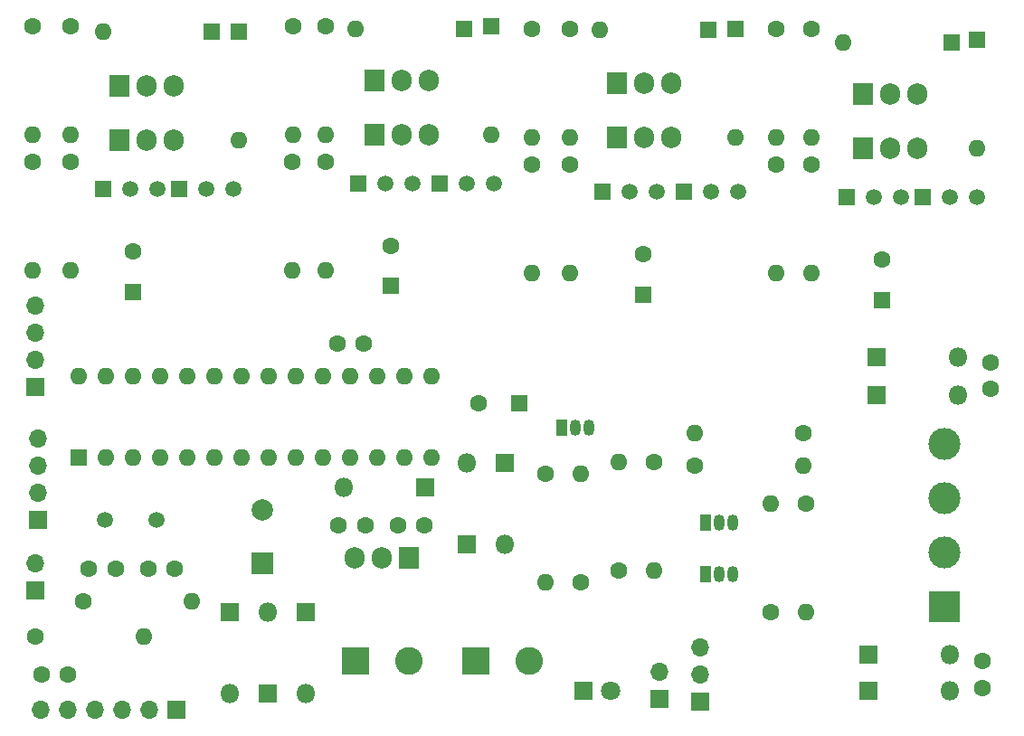
<source format=gbr>
%TF.GenerationSoftware,KiCad,Pcbnew,7.0.6*%
%TF.CreationDate,2024-08-14T17:38:19+03:00*%
%TF.ProjectId,atmegaStepperDriver,61746d65-6761-4537-9465-707065724472,V0.8.4*%
%TF.SameCoordinates,Original*%
%TF.FileFunction,Soldermask,Bot*%
%TF.FilePolarity,Negative*%
%FSLAX46Y46*%
G04 Gerber Fmt 4.6, Leading zero omitted, Abs format (unit mm)*
G04 Created by KiCad (PCBNEW 7.0.6) date 2024-08-14 17:38:19*
%MOMM*%
%LPD*%
G01*
G04 APERTURE LIST*
%ADD10R,1.050000X1.500000*%
%ADD11O,1.050000X1.500000*%
%ADD12R,1.600000X1.600000*%
%ADD13C,1.600000*%
%ADD14O,1.600000X1.600000*%
%ADD15C,1.500000*%
%ADD16R,1.905000X2.000000*%
%ADD17O,1.905000X2.000000*%
%ADD18R,1.700000X1.700000*%
%ADD19O,1.700000X1.700000*%
%ADD20R,1.500000X1.500000*%
%ADD21R,1.800000X1.800000*%
%ADD22O,1.800000X1.800000*%
%ADD23R,2.600000X2.600000*%
%ADD24C,2.600000*%
%ADD25R,3.000000X3.000000*%
%ADD26C,3.000000*%
%ADD27C,1.800000*%
%ADD28R,2.000000X2.000000*%
%ADD29C,2.000000*%
G04 APERTURE END LIST*
D10*
%TO.C,Q15*%
X119888000Y-146558000D03*
D11*
X121158000Y-146558000D03*
X122428000Y-146558000D03*
%TD*%
D12*
%TO.C,C1*%
X102386651Y-135382000D03*
D13*
X98586651Y-135382000D03*
%TD*%
D12*
%TO.C,D19*%
X142875000Y-101600000D03*
D14*
X132715000Y-101600000D03*
%TD*%
D12*
%TO.C,D18*%
X120142000Y-100457000D03*
D14*
X109982000Y-100457000D03*
%TD*%
D12*
%TO.C,D17*%
X97282000Y-100330000D03*
D14*
X87122000Y-100330000D03*
%TD*%
%TO.C,D16*%
X63500000Y-100584000D03*
D12*
X73660000Y-100584000D03*
%TD*%
D14*
%TO.C,D15*%
X145288000Y-111506000D03*
D12*
X145288000Y-101346000D03*
%TD*%
D14*
%TO.C,D10*%
X122682000Y-110490000D03*
D12*
X122682000Y-100330000D03*
%TD*%
D14*
%TO.C,D9*%
X99822000Y-110236000D03*
D12*
X99822000Y-100076000D03*
%TD*%
D14*
%TO.C,D8*%
X76200000Y-110744000D03*
D12*
X76200000Y-100584000D03*
%TD*%
D15*
%TO.C,Y1*%
X68490000Y-146304000D03*
X63610000Y-146304000D03*
%TD*%
D16*
%TO.C,U2*%
X92058000Y-149860000D03*
D17*
X89518000Y-149860000D03*
X86978000Y-149860000D03*
%TD*%
D14*
%TO.C,U1*%
X61214000Y-132842000D03*
X63754000Y-132842000D03*
X66294000Y-132842000D03*
X68834000Y-132842000D03*
X71374000Y-132842000D03*
X73914000Y-132842000D03*
X76454000Y-132842000D03*
X78994000Y-132842000D03*
X81534000Y-132842000D03*
X84074000Y-132842000D03*
X86614000Y-132842000D03*
X89154000Y-132842000D03*
X91694000Y-132842000D03*
X94234000Y-132842000D03*
X94234000Y-140462000D03*
X91694000Y-140462000D03*
X89154000Y-140462000D03*
X86614000Y-140462000D03*
X84074000Y-140462000D03*
X81534000Y-140462000D03*
X78994000Y-140462000D03*
X76454000Y-140462000D03*
X73914000Y-140462000D03*
X71374000Y-140462000D03*
X68834000Y-140462000D03*
X66294000Y-140462000D03*
X63754000Y-140462000D03*
D12*
X61214000Y-140462000D03*
%TD*%
D18*
%TO.C,TermoSocket1*%
X119380000Y-163322000D03*
D19*
X119380000Y-160782000D03*
X119380000Y-158242000D03*
%TD*%
D13*
%TO.C,R25*%
X129286000Y-144780000D03*
D14*
X129286000Y-154940000D03*
%TD*%
%TO.C,R24*%
X56896000Y-110236000D03*
D13*
X56896000Y-100076000D03*
%TD*%
D14*
%TO.C,R23*%
X56896000Y-122936000D03*
D13*
X56896000Y-112776000D03*
%TD*%
D14*
%TO.C,R22*%
X60452000Y-122936000D03*
D13*
X60452000Y-112776000D03*
%TD*%
D14*
%TO.C,R21*%
X60452000Y-110236000D03*
D13*
X60452000Y-100076000D03*
%TD*%
%TO.C,R20*%
X108204000Y-152146000D03*
D14*
X108204000Y-141986000D03*
%TD*%
D13*
%TO.C,R19*%
X104902000Y-141986000D03*
D14*
X104902000Y-152146000D03*
%TD*%
D13*
%TO.C,R18*%
X125984000Y-154940000D03*
D14*
X125984000Y-144780000D03*
%TD*%
D13*
%TO.C,R17*%
X129032000Y-138176000D03*
D14*
X118872000Y-138176000D03*
%TD*%
D13*
%TO.C,R16*%
X118872000Y-141224000D03*
D14*
X129032000Y-141224000D03*
%TD*%
D13*
%TO.C,R14*%
X126492000Y-100330000D03*
D14*
X126492000Y-110490000D03*
%TD*%
D13*
%TO.C,R13*%
X126492000Y-113030000D03*
D14*
X126492000Y-123190000D03*
%TD*%
D13*
%TO.C,R12*%
X129794000Y-113030000D03*
D14*
X129794000Y-123190000D03*
%TD*%
%TO.C,R11*%
X129794000Y-110490000D03*
D13*
X129794000Y-100330000D03*
%TD*%
%TO.C,R10*%
X103632000Y-100330000D03*
D14*
X103632000Y-110490000D03*
%TD*%
D13*
%TO.C,R9*%
X103632000Y-113030000D03*
D14*
X103632000Y-123190000D03*
%TD*%
D13*
%TO.C,R8*%
X107188000Y-113030000D03*
D14*
X107188000Y-123190000D03*
%TD*%
D13*
%TO.C,R7*%
X107188000Y-100330000D03*
D14*
X107188000Y-110490000D03*
%TD*%
D13*
%TO.C,R6*%
X81280000Y-100076000D03*
D14*
X81280000Y-110236000D03*
%TD*%
D13*
%TO.C,R5*%
X81127600Y-112776000D03*
D14*
X81127600Y-122936000D03*
%TD*%
D13*
%TO.C,R4*%
X84328000Y-112776000D03*
D14*
X84328000Y-122936000D03*
%TD*%
%TO.C,R3*%
X84328000Y-110236000D03*
D13*
X84328000Y-100076000D03*
%TD*%
%TO.C,R2*%
X57150000Y-157226000D03*
D14*
X67310000Y-157226000D03*
%TD*%
D13*
%TO.C,R1*%
X61578000Y-153924000D03*
D14*
X71738000Y-153924000D03*
%TD*%
D17*
%TO.C,Q21*%
X70104000Y-110744000D03*
X67564000Y-110744000D03*
D16*
X65024000Y-110744000D03*
%TD*%
D15*
%TO.C,Q20*%
X68580000Y-115316000D03*
X66040000Y-115316000D03*
D20*
X63500000Y-115316000D03*
%TD*%
%TO.C,Q19*%
X70612000Y-115316000D03*
D15*
X73152000Y-115316000D03*
X75692000Y-115316000D03*
%TD*%
D17*
%TO.C,Q18*%
X70104000Y-105664000D03*
X67564000Y-105664000D03*
D16*
X65024000Y-105664000D03*
%TD*%
D11*
%TO.C,Q17*%
X108966000Y-137668000D03*
X107696000Y-137668000D03*
D10*
X106426000Y-137668000D03*
%TD*%
D11*
%TO.C,Q13*%
X122428000Y-151384000D03*
X121158000Y-151384000D03*
D10*
X119888000Y-151384000D03*
%TD*%
D16*
%TO.C,Q12*%
X134620000Y-111506000D03*
D17*
X137160000Y-111506000D03*
X139700000Y-111506000D03*
%TD*%
D20*
%TO.C,Q11*%
X133096000Y-116078000D03*
D15*
X135636000Y-116078000D03*
X138176000Y-116078000D03*
%TD*%
D20*
%TO.C,Q10*%
X140208000Y-116078000D03*
D15*
X142748000Y-116078000D03*
X145288000Y-116078000D03*
%TD*%
D16*
%TO.C,Q9*%
X134620000Y-106482000D03*
D17*
X137160000Y-106482000D03*
X139700000Y-106482000D03*
%TD*%
D16*
%TO.C,Q8*%
X111576000Y-110490000D03*
D17*
X114116000Y-110490000D03*
X116656000Y-110490000D03*
%TD*%
D20*
%TO.C,Q7*%
X110236000Y-115570000D03*
D15*
X112776000Y-115570000D03*
X115316000Y-115570000D03*
%TD*%
D20*
%TO.C,Q6*%
X117856000Y-115570000D03*
D15*
X120396000Y-115570000D03*
X122936000Y-115570000D03*
%TD*%
D17*
%TO.C,Q5*%
X116656000Y-105410000D03*
X114116000Y-105410000D03*
D16*
X111576000Y-105410000D03*
%TD*%
%TO.C,Q4*%
X88900000Y-110236000D03*
D17*
X91440000Y-110236000D03*
X93980000Y-110236000D03*
%TD*%
D20*
%TO.C,Q3*%
X87376000Y-114808000D03*
D15*
X89916000Y-114808000D03*
X92456000Y-114808000D03*
%TD*%
%TO.C,Q2*%
X100076000Y-114808000D03*
X97536000Y-114808000D03*
D20*
X94996000Y-114808000D03*
%TD*%
D16*
%TO.C,Q1*%
X88900000Y-105156000D03*
D17*
X91440000Y-105156000D03*
X93980000Y-105156000D03*
%TD*%
D21*
%TO.C,m_D1*%
X75294000Y-154940000D03*
D22*
X75294000Y-162560000D03*
%TD*%
D18*
%TO.C,J9*%
X57404000Y-146304000D03*
D19*
X57404000Y-143764000D03*
X57404000Y-141224000D03*
X57404000Y-138684000D03*
%TD*%
D18*
%TO.C,J8*%
X70358000Y-164084000D03*
D19*
X67818000Y-164084000D03*
X65278000Y-164084000D03*
X62738000Y-164084000D03*
X60198000Y-164084000D03*
X57658000Y-164084000D03*
%TD*%
D18*
%TO.C,J6*%
X57150000Y-133858000D03*
D19*
X57150000Y-131318000D03*
X57150000Y-128778000D03*
X57150000Y-126238000D03*
%TD*%
D18*
%TO.C,J5*%
X57150000Y-152908000D03*
D19*
X57150000Y-150368000D03*
%TD*%
D18*
%TO.C,FanSocket1*%
X115570000Y-163068000D03*
D19*
X115570000Y-160528000D03*
%TD*%
D23*
%TO.C,J3*%
X98378000Y-159512000D03*
D24*
X103378000Y-159512000D03*
%TD*%
D25*
%TO.C,J2*%
X142240000Y-154432000D03*
D26*
X142240000Y-149352000D03*
X142240000Y-144272000D03*
X142240000Y-139192000D03*
%TD*%
D24*
%TO.C,J1*%
X92122000Y-159512000D03*
D23*
X87122000Y-159512000D03*
%TD*%
D14*
%TO.C,GND_R1*%
X111760000Y-140919000D03*
D13*
X111760000Y-151079000D03*
%TD*%
D21*
%TO.C,D14*%
X135890000Y-131064000D03*
D22*
X143510000Y-131064000D03*
%TD*%
D21*
%TO.C,D13*%
X135890000Y-134620000D03*
D22*
X143510000Y-134620000D03*
%TD*%
%TO.C,D12*%
X142748000Y-158936000D03*
D21*
X135128000Y-158936000D03*
%TD*%
D22*
%TO.C,D11*%
X142748000Y-162306000D03*
D21*
X135128000Y-162306000D03*
%TD*%
%TO.C,D7*%
X108453000Y-162306000D03*
D27*
X110993000Y-162306000D03*
%TD*%
D21*
%TO.C,D5*%
X82406000Y-154940000D03*
D22*
X82406000Y-162560000D03*
%TD*%
D21*
%TO.C,D4*%
X78850000Y-162560000D03*
D22*
X78850000Y-154940000D03*
%TD*%
D21*
%TO.C,D3*%
X101092000Y-140970000D03*
D22*
X101092000Y-148590000D03*
%TD*%
D21*
%TO.C,D2*%
X97536000Y-148590000D03*
D22*
X97536000Y-140970000D03*
%TD*%
D21*
%TO.C,D1*%
X93582000Y-143256000D03*
D22*
X85962000Y-143256000D03*
%TD*%
D13*
%TO.C,C14*%
X60198000Y-160782000D03*
X57698000Y-160782000D03*
%TD*%
%TO.C,C7*%
X146558000Y-131592000D03*
X146558000Y-134092000D03*
%TD*%
%TO.C,C6*%
X145796000Y-162052000D03*
X145796000Y-159552000D03*
%TD*%
D28*
%TO.C,C5*%
X78342000Y-150368000D03*
D29*
X78342000Y-145368000D03*
%TD*%
D13*
%TO.C,C4*%
X85354000Y-129794000D03*
X87854000Y-129794000D03*
%TD*%
%TO.C,C3*%
X87994000Y-146812000D03*
X85494000Y-146812000D03*
%TD*%
D12*
%TO.C,C2-4*%
X136398000Y-125754651D03*
D13*
X136398000Y-121954651D03*
%TD*%
D12*
%TO.C,C2-3*%
X114046000Y-125246651D03*
D13*
X114046000Y-121446651D03*
%TD*%
%TO.C,C2-2*%
X90424000Y-120650000D03*
D12*
X90424000Y-124450000D03*
%TD*%
%TO.C,C2-1*%
X66294000Y-124992651D03*
D13*
X66294000Y-121192651D03*
%TD*%
%TO.C,C2*%
X91042000Y-146812000D03*
X93542000Y-146812000D03*
%TD*%
%TO.C,C1-2*%
X70174000Y-150876000D03*
X67674000Y-150876000D03*
%TD*%
%TO.C,C1-1*%
X62126000Y-150876000D03*
X64626000Y-150876000D03*
%TD*%
D14*
%TO.C,5V_R1*%
X115062000Y-151079000D03*
D13*
X115062000Y-140919000D03*
%TD*%
M02*

</source>
